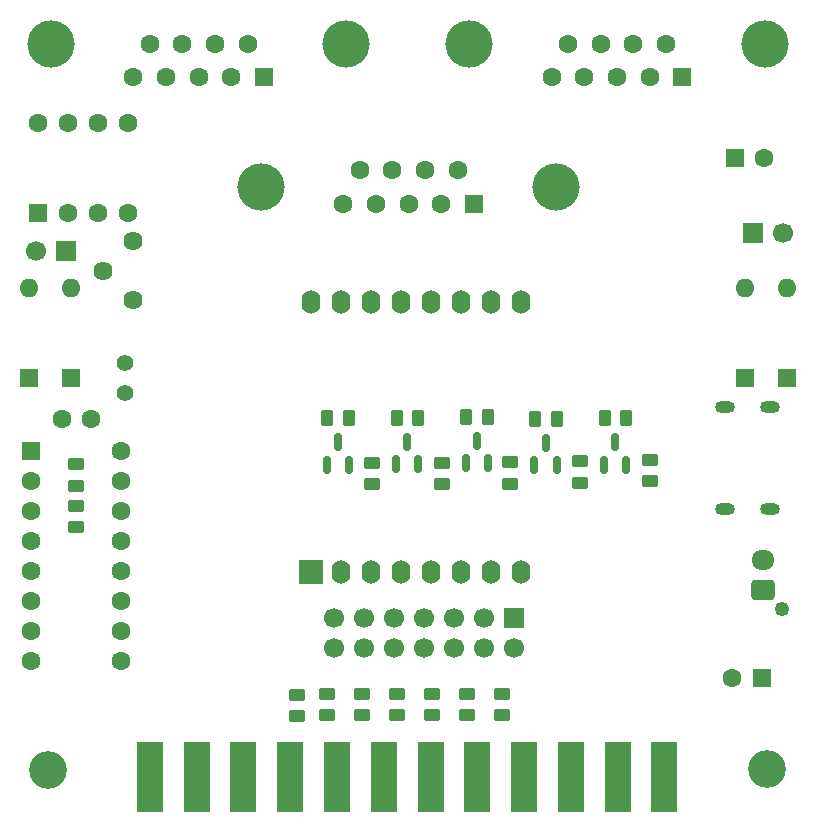
<source format=gbr>
%TF.GenerationSoftware,KiCad,Pcbnew,9.0.3-9.0.3-0~ubuntu24.10.1*%
%TF.CreationDate,2025-07-13T16:57:30+02:00*%
%TF.ProjectId,pet_joymate,7065745f-6a6f-4796-9d61-74652e6b6963,rev?*%
%TF.SameCoordinates,Original*%
%TF.FileFunction,Soldermask,Bot*%
%TF.FilePolarity,Negative*%
%FSLAX46Y46*%
G04 Gerber Fmt 4.6, Leading zero omitted, Abs format (unit mm)*
G04 Created by KiCad (PCBNEW 9.0.3-9.0.3-0~ubuntu24.10.1) date 2025-07-13 16:57:30*
%MOMM*%
%LPD*%
G01*
G04 APERTURE LIST*
G04 Aperture macros list*
%AMRoundRect*
0 Rectangle with rounded corners*
0 $1 Rounding radius*
0 $2 $3 $4 $5 $6 $7 $8 $9 X,Y pos of 4 corners*
0 Add a 4 corners polygon primitive as box body*
4,1,4,$2,$3,$4,$5,$6,$7,$8,$9,$2,$3,0*
0 Add four circle primitives for the rounded corners*
1,1,$1+$1,$2,$3*
1,1,$1+$1,$4,$5*
1,1,$1+$1,$6,$7*
1,1,$1+$1,$8,$9*
0 Add four rect primitives between the rounded corners*
20,1,$1+$1,$2,$3,$4,$5,0*
20,1,$1+$1,$4,$5,$6,$7,0*
20,1,$1+$1,$6,$7,$8,$9,0*
20,1,$1+$1,$8,$9,$2,$3,0*%
G04 Aperture macros list end*
%ADD10R,2.200000X6.000000*%
%ADD11C,1.600000*%
%ADD12R,1.600000X1.600000*%
%ADD13C,4.000000*%
%ADD14O,1.700000X1.000000*%
%ADD15O,1.600000X1.600000*%
%ADD16RoundRect,0.250000X0.550000X-0.550000X0.550000X0.550000X-0.550000X0.550000X-0.550000X-0.550000X0*%
%ADD17C,3.200000*%
%ADD18C,1.250000*%
%ADD19RoundRect,0.250000X0.725000X-0.600000X0.725000X0.600000X-0.725000X0.600000X-0.725000X-0.600000X0*%
%ADD20O,1.950000X1.700000*%
%ADD21R,1.700000X1.700000*%
%ADD22C,1.700000*%
%ADD23C,1.400000*%
%ADD24C,1.620000*%
%ADD25RoundRect,0.250000X-0.550000X-0.550000X0.550000X-0.550000X0.550000X0.550000X-0.550000X0.550000X0*%
%ADD26RoundRect,0.150000X0.150000X-0.587500X0.150000X0.587500X-0.150000X0.587500X-0.150000X-0.587500X0*%
%ADD27RoundRect,0.250000X-0.262500X-0.450000X0.262500X-0.450000X0.262500X0.450000X-0.262500X0.450000X0*%
%ADD28RoundRect,0.250000X0.262500X0.450000X-0.262500X0.450000X-0.262500X-0.450000X0.262500X-0.450000X0*%
%ADD29RoundRect,0.250000X0.450000X-0.262500X0.450000X0.262500X-0.450000X0.262500X-0.450000X-0.262500X0*%
%ADD30RoundRect,0.250000X-0.450000X0.262500X-0.450000X-0.262500X0.450000X-0.262500X0.450000X0.262500X0*%
%ADD31R,2.000000X2.000000*%
%ADD32O,1.600000X2.000000*%
G04 APERTURE END LIST*
D10*
%TO.C,U3*%
X80425000Y-131500000D03*
X84385000Y-131500000D03*
X88345000Y-131500000D03*
X92305000Y-131500000D03*
X96265000Y-131500000D03*
X100225000Y-131500000D03*
X104185000Y-131500000D03*
X108145000Y-131500000D03*
X112105000Y-131500000D03*
X116065000Y-131500000D03*
X120025000Y-131500000D03*
X123985000Y-131500000D03*
%TD*%
D11*
%TO.C,J5*%
X98185000Y-80155000D03*
X100955000Y-80155000D03*
X103725000Y-80155000D03*
X106495000Y-80155000D03*
X96800000Y-82995000D03*
X99570000Y-82995000D03*
X102340000Y-82995000D03*
X105110000Y-82995000D03*
D12*
X107880000Y-82995000D03*
D13*
X114840000Y-81575000D03*
X89840000Y-81575000D03*
%TD*%
D14*
%TO.C,J4*%
X129140000Y-108820000D03*
X132940000Y-108820000D03*
X129140000Y-100180000D03*
X132940000Y-100180000D03*
%TD*%
D12*
%TO.C,D3*%
X70175000Y-97725000D03*
D15*
X70175000Y-90105000D03*
%TD*%
D12*
%TO.C,D1*%
X130775000Y-97725000D03*
D15*
X130775000Y-90105000D03*
%TD*%
D12*
%TO.C,D4*%
X73725000Y-97725000D03*
D15*
X73725000Y-90105000D03*
%TD*%
D16*
%TO.C,U1*%
X70935000Y-83775000D03*
D11*
X73475000Y-83775000D03*
X76015000Y-83775000D03*
X78555000Y-83775000D03*
X78555000Y-76155000D03*
X76015000Y-76155000D03*
X73475000Y-76155000D03*
X70935000Y-76155000D03*
%TD*%
D17*
%TO.C,H2*%
X132650000Y-130875000D03*
%TD*%
D12*
%TO.C,D2*%
X134325000Y-97725000D03*
D15*
X134325000Y-90105000D03*
%TD*%
D12*
%TO.C,C1*%
X132225000Y-123150000D03*
D11*
X129725000Y-123150000D03*
%TD*%
D18*
%TO.C,J6*%
X133925000Y-117275000D03*
D19*
X132325000Y-115675000D03*
D20*
X132325000Y-113175000D03*
%TD*%
D21*
%TO.C,J8*%
X73350000Y-87025000D03*
D22*
X70810000Y-87025000D03*
%TD*%
D11*
%TO.C,C2*%
X75475000Y-101225000D03*
X72975000Y-101225000D03*
%TD*%
D17*
%TO.C,H1*%
X71825000Y-130900000D03*
%TD*%
D23*
%TO.C,JP2*%
X78275000Y-96475000D03*
X78275000Y-99015000D03*
%TD*%
D21*
%TO.C,J7*%
X131475000Y-85475000D03*
D22*
X134015000Y-85475000D03*
%TD*%
D24*
%TO.C,P1*%
X78975000Y-91175000D03*
X76475000Y-88675000D03*
X78975000Y-86175000D03*
%TD*%
D25*
%TO.C,U2*%
X70350000Y-103920000D03*
D11*
X70350000Y-106460000D03*
X70350000Y-109000000D03*
X70350000Y-111540000D03*
X70350000Y-114080000D03*
X70350000Y-116620000D03*
X70350000Y-119160000D03*
X70350000Y-121700000D03*
X77970000Y-121700000D03*
X77970000Y-119160000D03*
X77970000Y-116620000D03*
X77970000Y-114080000D03*
X77970000Y-111540000D03*
X77970000Y-109000000D03*
X77970000Y-106460000D03*
X77970000Y-103920000D03*
%TD*%
D12*
%TO.C,C3*%
X129950000Y-79100000D03*
D11*
X132450000Y-79100000D03*
%TD*%
D21*
%TO.C,J1*%
X111250000Y-118050000D03*
D22*
X111250000Y-120590000D03*
X108710000Y-118050000D03*
X108710000Y-120590000D03*
X106170000Y-118050000D03*
X106170000Y-120590000D03*
X103630000Y-118050000D03*
X103630000Y-120590000D03*
X101090000Y-118050000D03*
X101090000Y-120590000D03*
X98550000Y-118050000D03*
X98550000Y-120590000D03*
X96010000Y-118050000D03*
X96010000Y-120590000D03*
%TD*%
D26*
%TO.C,Q7*%
X103145000Y-105055000D03*
X101245000Y-105055000D03*
X102195000Y-103180000D03*
%TD*%
D27*
%TO.C,R13*%
X95425000Y-101087500D03*
X97250000Y-101087500D03*
%TD*%
D28*
%TO.C,R9*%
X120750000Y-101137500D03*
X118925000Y-101137500D03*
%TD*%
%TO.C,R11*%
X109020000Y-101047500D03*
X107195000Y-101047500D03*
%TD*%
D26*
%TO.C,Q5*%
X97275000Y-105062500D03*
X95375000Y-105062500D03*
X96325000Y-103187500D03*
%TD*%
D29*
%TO.C,R14*%
X99255000Y-106737500D03*
X99255000Y-104912500D03*
%TD*%
D26*
%TO.C,Q6*%
X114875000Y-105137500D03*
X112975000Y-105137500D03*
X113925000Y-103262500D03*
%TD*%
D29*
%TO.C,R12*%
X110935000Y-106707500D03*
X110935000Y-104882500D03*
%TD*%
D30*
%TO.C,R8*%
X92850000Y-124550000D03*
X92850000Y-126375000D03*
%TD*%
D28*
%TO.C,R21*%
X103147500Y-101087500D03*
X101322500Y-101087500D03*
%TD*%
D30*
%TO.C,R5*%
X101350000Y-124475000D03*
X101350000Y-126300000D03*
%TD*%
D29*
%TO.C,R10*%
X122725000Y-106500000D03*
X122725000Y-104675000D03*
%TD*%
D30*
%TO.C,R4*%
X104300000Y-124475000D03*
X104300000Y-126300000D03*
%TD*%
D29*
%TO.C,R20*%
X116800000Y-106612500D03*
X116800000Y-104787500D03*
%TD*%
%TO.C,R1*%
X74175000Y-110375000D03*
X74175000Y-108550000D03*
%TD*%
D30*
%TO.C,R3*%
X107250000Y-124475000D03*
X107250000Y-126300000D03*
%TD*%
%TO.C,R2*%
X110200000Y-124475000D03*
X110200000Y-126300000D03*
%TD*%
D29*
%TO.C,R22*%
X105185000Y-106747500D03*
X105185000Y-104922500D03*
%TD*%
D30*
%TO.C,R6*%
X98400000Y-124475000D03*
X98400000Y-126300000D03*
%TD*%
D26*
%TO.C,Q3*%
X120750000Y-105062500D03*
X118850000Y-105062500D03*
X119800000Y-103187500D03*
%TD*%
%TO.C,Q4*%
X109055000Y-104977500D03*
X107155000Y-104977500D03*
X108105000Y-103102500D03*
%TD*%
D30*
%TO.C,R7*%
X95450000Y-124475000D03*
X95450000Y-126300000D03*
%TD*%
D28*
%TO.C,R19*%
X114875000Y-101212500D03*
X113050000Y-101212500D03*
%TD*%
D29*
%TO.C,R15*%
X74155000Y-106850000D03*
X74155000Y-105025000D03*
%TD*%
D13*
%TO.C,J3*%
X97050000Y-69430331D03*
X72050000Y-69430331D03*
D12*
X90090000Y-72270331D03*
D11*
X87320000Y-72270331D03*
X84550000Y-72270331D03*
X81780000Y-72270331D03*
X79010000Y-72270331D03*
X88705000Y-69430331D03*
X85935000Y-69430331D03*
X83165000Y-69430331D03*
X80395000Y-69430331D03*
%TD*%
D13*
%TO.C,J2*%
X132475000Y-69430331D03*
X107475000Y-69430331D03*
D12*
X125515000Y-72270331D03*
D11*
X122745000Y-72270331D03*
X119975000Y-72270331D03*
X117205000Y-72270331D03*
X114435000Y-72270331D03*
X124130000Y-69430331D03*
X121360000Y-69430331D03*
X118590000Y-69430331D03*
X115820000Y-69430331D03*
%TD*%
D31*
%TO.C,U4*%
X94050000Y-114200000D03*
D32*
X96590000Y-114200000D03*
X99130000Y-114200000D03*
X101670000Y-114200000D03*
X104210000Y-114200000D03*
X106750000Y-114200000D03*
X109290000Y-114200000D03*
X111830000Y-114200000D03*
X111830000Y-91340000D03*
X109290000Y-91340000D03*
X106750000Y-91340000D03*
X104210000Y-91340000D03*
X101670000Y-91340000D03*
X99130000Y-91340000D03*
X96590000Y-91340000D03*
X94050000Y-91340000D03*
%TD*%
M02*

</source>
